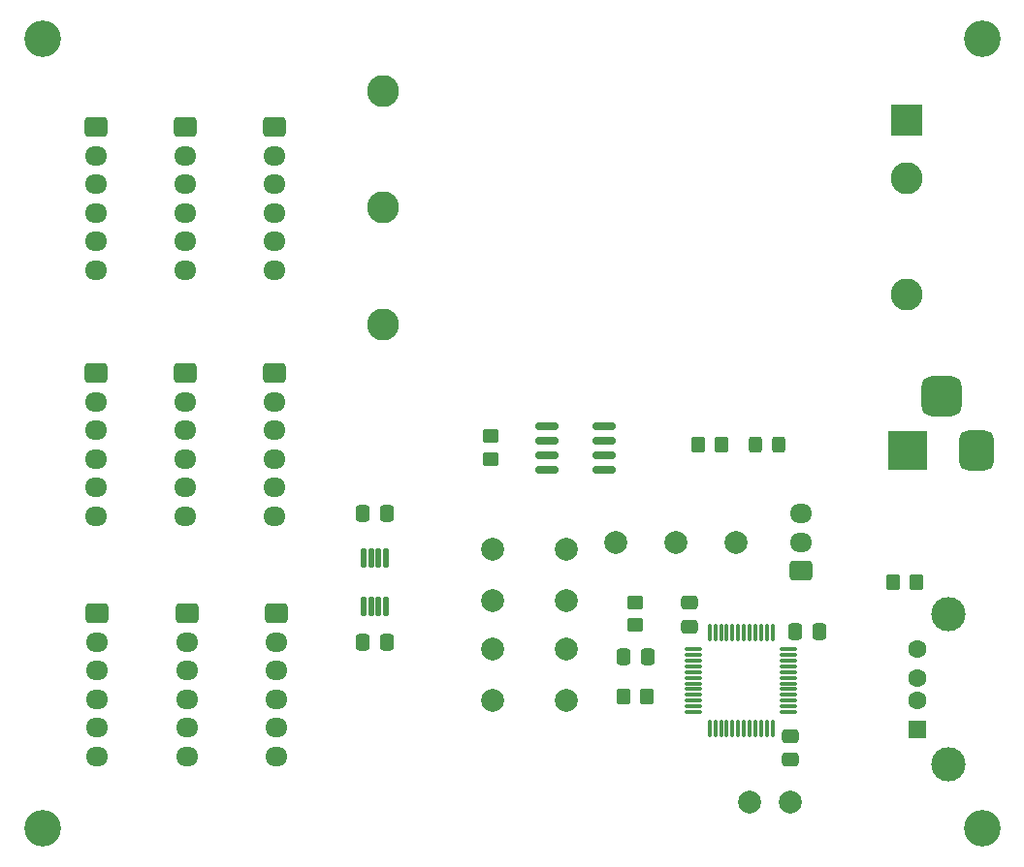
<source format=gbr>
%TF.GenerationSoftware,KiCad,Pcbnew,8.0.5*%
%TF.CreationDate,2024-10-22T17:04:07-05:00*%
%TF.ProjectId,395MainBoard,3339354d-6169-46e4-926f-6172642e6b69,rev?*%
%TF.SameCoordinates,Original*%
%TF.FileFunction,Soldermask,Top*%
%TF.FilePolarity,Negative*%
%FSLAX46Y46*%
G04 Gerber Fmt 4.6, Leading zero omitted, Abs format (unit mm)*
G04 Created by KiCad (PCBNEW 8.0.5) date 2024-10-22 17:04:07*
%MOMM*%
%LPD*%
G01*
G04 APERTURE LIST*
G04 Aperture macros list*
%AMRoundRect*
0 Rectangle with rounded corners*
0 $1 Rounding radius*
0 $2 $3 $4 $5 $6 $7 $8 $9 X,Y pos of 4 corners*
0 Add a 4 corners polygon primitive as box body*
4,1,4,$2,$3,$4,$5,$6,$7,$8,$9,$2,$3,0*
0 Add four circle primitives for the rounded corners*
1,1,$1+$1,$2,$3*
1,1,$1+$1,$4,$5*
1,1,$1+$1,$6,$7*
1,1,$1+$1,$8,$9*
0 Add four rect primitives between the rounded corners*
20,1,$1+$1,$2,$3,$4,$5,0*
20,1,$1+$1,$4,$5,$6,$7,0*
20,1,$1+$1,$6,$7,$8,$9,0*
20,1,$1+$1,$8,$9,$2,$3,0*%
G04 Aperture macros list end*
%ADD10RoundRect,0.250000X-0.337500X-0.475000X0.337500X-0.475000X0.337500X0.475000X-0.337500X0.475000X0*%
%ADD11RoundRect,0.250000X-0.725000X0.600000X-0.725000X-0.600000X0.725000X-0.600000X0.725000X0.600000X0*%
%ADD12O,1.950000X1.700000*%
%ADD13RoundRect,0.150000X0.825000X0.150000X-0.825000X0.150000X-0.825000X-0.150000X0.825000X-0.150000X0*%
%ADD14RoundRect,0.075000X-0.662500X-0.075000X0.662500X-0.075000X0.662500X0.075000X-0.662500X0.075000X0*%
%ADD15RoundRect,0.075000X-0.075000X-0.662500X0.075000X-0.662500X0.075000X0.662500X-0.075000X0.662500X0*%
%ADD16RoundRect,0.125000X0.125000X-0.687500X0.125000X0.687500X-0.125000X0.687500X-0.125000X-0.687500X0*%
%ADD17C,3.200000*%
%ADD18RoundRect,0.250000X0.450000X-0.350000X0.450000X0.350000X-0.450000X0.350000X-0.450000X-0.350000X0*%
%ADD19C,2.000000*%
%ADD20RoundRect,0.250000X0.725000X-0.600000X0.725000X0.600000X-0.725000X0.600000X-0.725000X-0.600000X0*%
%ADD21RoundRect,0.250000X0.350000X0.450000X-0.350000X0.450000X-0.350000X-0.450000X0.350000X-0.450000X0*%
%ADD22R,1.500000X1.600000*%
%ADD23C,1.600000*%
%ADD24C,3.000000*%
%ADD25RoundRect,0.250000X0.337500X0.475000X-0.337500X0.475000X-0.337500X-0.475000X0.337500X-0.475000X0*%
%ADD26RoundRect,0.250000X0.325000X0.450000X-0.325000X0.450000X-0.325000X-0.450000X0.325000X-0.450000X0*%
%ADD27R,3.500000X3.500000*%
%ADD28RoundRect,0.750000X0.750000X1.000000X-0.750000X1.000000X-0.750000X-1.000000X0.750000X-1.000000X0*%
%ADD29RoundRect,0.875000X0.875000X0.875000X-0.875000X0.875000X-0.875000X-0.875000X0.875000X-0.875000X0*%
%ADD30RoundRect,0.250000X-0.475000X0.337500X-0.475000X-0.337500X0.475000X-0.337500X0.475000X0.337500X0*%
%ADD31R,2.800000X2.800000*%
%ADD32C,2.800000*%
%ADD33RoundRect,0.250000X0.475000X-0.337500X0.475000X0.337500X-0.475000X0.337500X-0.475000X-0.337500X0*%
G04 APERTURE END LIST*
D10*
%TO.C,C9*%
X144462500Y-88250000D03*
X146537500Y-88250000D03*
%TD*%
D11*
%TO.C,J4*%
X128950000Y-43250000D03*
D12*
X128950000Y-45750000D03*
X128950000Y-48250000D03*
X128950000Y-50750000D03*
X128950000Y-53250000D03*
X128950000Y-55750000D03*
%TD*%
D13*
%TO.C,U2*%
X165500000Y-73155000D03*
X165500000Y-71885000D03*
X165500000Y-70615000D03*
X165500000Y-69345000D03*
X160550000Y-69345000D03*
X160550000Y-70615000D03*
X160550000Y-71885000D03*
X160550000Y-73155000D03*
%TD*%
D14*
%TO.C,U1*%
X173307500Y-88865000D03*
X173307500Y-89365000D03*
X173307500Y-89865000D03*
X173307500Y-90365000D03*
X173307500Y-90865000D03*
X173307500Y-91365000D03*
X173307500Y-91865000D03*
X173307500Y-92365000D03*
X173307500Y-92865000D03*
X173307500Y-93365000D03*
X173307500Y-93865000D03*
X173307500Y-94365000D03*
D15*
X174720000Y-95777500D03*
X175220000Y-95777500D03*
X175720000Y-95777500D03*
X176220000Y-95777500D03*
X176720000Y-95777500D03*
X177220000Y-95777500D03*
X177720000Y-95777500D03*
X178220000Y-95777500D03*
X178720000Y-95777500D03*
X179220000Y-95777500D03*
X179720000Y-95777500D03*
X180220000Y-95777500D03*
D14*
X181632500Y-94365000D03*
X181632500Y-93865000D03*
X181632500Y-93365000D03*
X181632500Y-92865000D03*
X181632500Y-92365000D03*
X181632500Y-91865000D03*
X181632500Y-91365000D03*
X181632500Y-90865000D03*
X181632500Y-90365000D03*
X181632500Y-89865000D03*
X181632500Y-89365000D03*
X181632500Y-88865000D03*
D15*
X180220000Y-87452500D03*
X179720000Y-87452500D03*
X179220000Y-87452500D03*
X178720000Y-87452500D03*
X178220000Y-87452500D03*
X177720000Y-87452500D03*
X177220000Y-87452500D03*
X176720000Y-87452500D03*
X176220000Y-87452500D03*
X175720000Y-87452500D03*
X175220000Y-87452500D03*
X174720000Y-87452500D03*
%TD*%
D16*
%TO.C,U3*%
X144525000Y-85112500D03*
X145175000Y-85112500D03*
X145825000Y-85112500D03*
X146475000Y-85112500D03*
X146475000Y-80887500D03*
X145825000Y-80887500D03*
X145175000Y-80887500D03*
X144525000Y-80887500D03*
%TD*%
D17*
%TO.C,REF\u002A\u002A*%
X198500000Y-35500000D03*
%TD*%
D18*
%TO.C,R1*%
X168250000Y-86750000D03*
X168250000Y-84750000D03*
%TD*%
D11*
%TO.C,J6*%
X136750000Y-64750000D03*
D12*
X136750000Y-67250000D03*
X136750000Y-69750000D03*
X136750000Y-72250000D03*
X136750000Y-74750000D03*
X136750000Y-77250000D03*
%TD*%
D19*
%TO.C,SW1*%
X155750000Y-88865000D03*
X162250000Y-88865000D03*
X155750000Y-93365000D03*
X162250000Y-93365000D03*
%TD*%
D20*
%TO.C,J2*%
X182725000Y-82000000D03*
D12*
X182725000Y-79500000D03*
X182725000Y-77000000D03*
%TD*%
D11*
%TO.C,J8*%
X121150000Y-64750000D03*
D12*
X121150000Y-67250000D03*
X121150000Y-69750000D03*
X121150000Y-72250000D03*
X121150000Y-74750000D03*
X121150000Y-77250000D03*
%TD*%
D19*
%TO.C,TP5*%
X181750000Y-102250000D03*
%TD*%
D21*
%TO.C,R2*%
X169250000Y-93000000D03*
X167250000Y-93000000D03*
%TD*%
D22*
%TO.C,J13*%
X192890000Y-95865000D03*
D23*
X192890000Y-93365000D03*
X192890000Y-91365000D03*
X192890000Y-88865000D03*
D24*
X195600000Y-98935000D03*
X195600000Y-85795000D03*
%TD*%
D11*
%TO.C,J11*%
X121275000Y-85750000D03*
D12*
X121275000Y-88250000D03*
X121275000Y-90750000D03*
X121275000Y-93250000D03*
X121275000Y-95750000D03*
X121275000Y-98250000D03*
%TD*%
D25*
%TO.C,C8*%
X146537500Y-77000000D03*
X144462500Y-77000000D03*
%TD*%
D21*
%TO.C,R5*%
X192750000Y-83000000D03*
X190750000Y-83000000D03*
%TD*%
D26*
%TO.C,D1*%
X180750000Y-71000000D03*
X178700000Y-71000000D03*
%TD*%
D27*
%TO.C,J12*%
X192000000Y-71457500D03*
D28*
X198000000Y-71457500D03*
D29*
X195000000Y-66757500D03*
%TD*%
D19*
%TO.C,TP2*%
X171750000Y-79500000D03*
%TD*%
D11*
%TO.C,J9*%
X136875000Y-85750000D03*
D12*
X136875000Y-88250000D03*
X136875000Y-90750000D03*
X136875000Y-93250000D03*
X136875000Y-95750000D03*
X136875000Y-98250000D03*
%TD*%
D19*
%TO.C,TP3*%
X177000000Y-79500000D03*
%TD*%
D10*
%TO.C,C4*%
X182212500Y-87365000D03*
X184287500Y-87365000D03*
%TD*%
D19*
%TO.C,TP4*%
X178250000Y-102250000D03*
%TD*%
D11*
%TO.C,J7*%
X128950000Y-64750000D03*
D12*
X128950000Y-67250000D03*
X128950000Y-69750000D03*
X128950000Y-72250000D03*
X128950000Y-74750000D03*
X128950000Y-77250000D03*
%TD*%
D11*
%TO.C,J5*%
X121150000Y-43250000D03*
D12*
X121150000Y-45750000D03*
X121150000Y-48250000D03*
X121150000Y-50750000D03*
X121150000Y-53250000D03*
X121150000Y-55750000D03*
%TD*%
D30*
%TO.C,C7*%
X181750000Y-96462500D03*
X181750000Y-98537500D03*
%TD*%
D11*
%TO.C,J10*%
X129075000Y-85750000D03*
D12*
X129075000Y-88250000D03*
X129075000Y-90750000D03*
X129075000Y-93250000D03*
X129075000Y-95750000D03*
X129075000Y-98250000D03*
%TD*%
D17*
%TO.C,REF\u002A\u002A*%
X116500000Y-35500000D03*
%TD*%
D31*
%TO.C,U4*%
X191897033Y-42648175D03*
D32*
X191929898Y-47737231D03*
X191902287Y-57904161D03*
X146250000Y-40124876D03*
X146250000Y-50250000D03*
X146215124Y-60462314D03*
%TD*%
D33*
%TO.C,C1*%
X173000000Y-86902500D03*
X173000000Y-84827500D03*
%TD*%
D19*
%TO.C,TP1*%
X166500000Y-79500000D03*
%TD*%
D11*
%TO.C,J3*%
X136750000Y-43250000D03*
D12*
X136750000Y-45750000D03*
X136750000Y-48250000D03*
X136750000Y-50750000D03*
X136750000Y-53250000D03*
X136750000Y-55750000D03*
%TD*%
D18*
%TO.C,R4*%
X155600000Y-72225000D03*
X155600000Y-70225000D03*
%TD*%
D19*
%TO.C,SW2*%
X155750000Y-80115000D03*
X162250000Y-80115000D03*
X155750000Y-84615000D03*
X162250000Y-84615000D03*
%TD*%
D17*
%TO.C,REF\u002A\u002A*%
X116500000Y-104500000D03*
%TD*%
D25*
%TO.C,C3*%
X169287500Y-89500000D03*
X167212500Y-89500000D03*
%TD*%
D17*
%TO.C,REF\u002A\u002A*%
X198500000Y-104500000D03*
%TD*%
D21*
%TO.C,R3*%
X175725000Y-71000000D03*
X173725000Y-71000000D03*
%TD*%
M02*

</source>
